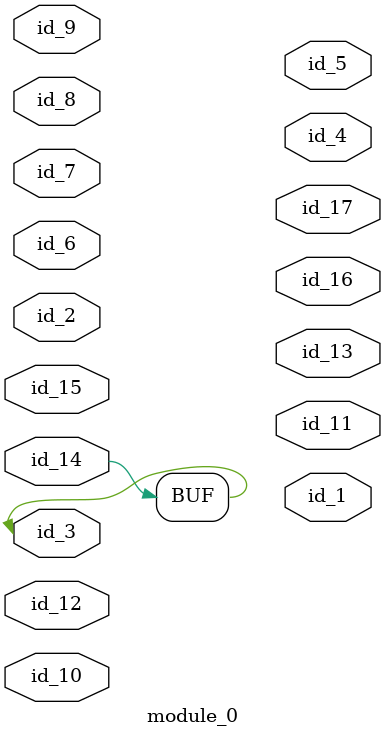
<source format=v>
module module_0 (
    id_1,
    id_2,
    id_3,
    id_4,
    id_5,
    id_6,
    id_7,
    id_8,
    id_9,
    id_10,
    id_11,
    id_12,
    id_13,
    id_14,
    id_15,
    id_16,
    id_17
);
  output id_17;
  output id_16;
  input id_15;
  inout id_14;
  output id_13;
  inout id_12;
  output id_11;
  inout id_10;
  input id_9;
  input id_8;
  input id_7;
  inout id_6;
  output id_5;
  output id_4;
  inout id_3;
  inout id_2;
  output id_1;
  initial begin
    id_14 <= 1;
    id_14 <= id_3;
  end
endmodule

</source>
